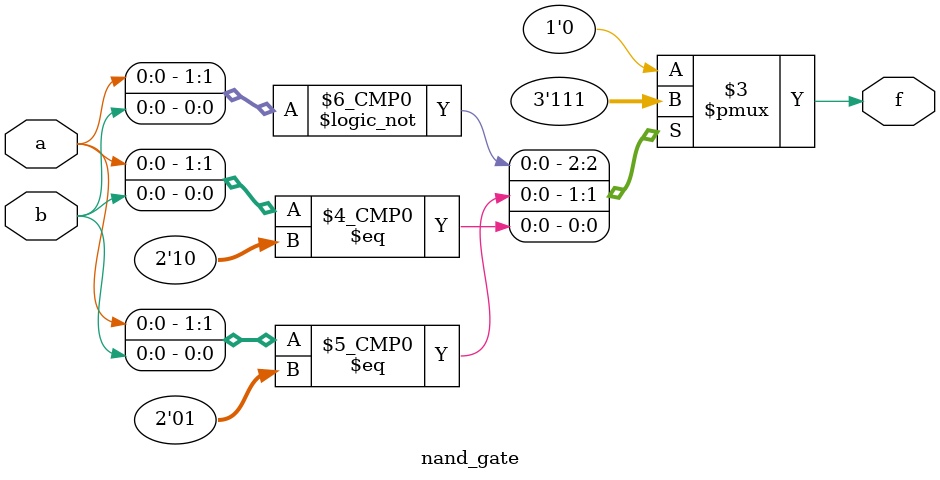
<source format=v>
`timescale 1ns / 1ps


module nand_gate(
    input a, b,
    output reg f
    );
    
    always@(*)
    begin
    case({a,b})
    2'b00: f = 1;
    2'b01: f = 1;
    2'b10: f = 1;
    default: f = 0;
    endcase
    end
endmodule

</source>
